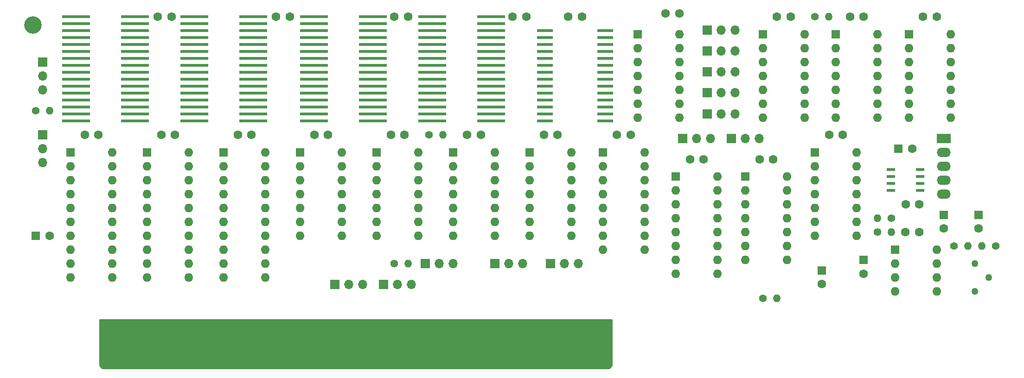
<source format=gbr>
G04 #@! TF.GenerationSoftware,KiCad,Pcbnew,(5.1.8)-1*
G04 #@! TF.CreationDate,2021-03-23T17:38:41+09:00*
G04 #@! TF.ProjectId,EX_MEM_AND_FM,45585f4d-454d-45f4-914e-445f464d2e6b,0.1*
G04 #@! TF.SameCoordinates,PX120bdf8PY82ed558*
G04 #@! TF.FileFunction,Soldermask,Top*
G04 #@! TF.FilePolarity,Negative*
%FSLAX46Y46*%
G04 Gerber Fmt 4.6, Leading zero omitted, Abs format (unit mm)*
G04 Created by KiCad (PCBNEW (5.1.8)-1) date 2021-03-23 17:38:41*
%MOMM*%
%LPD*%
G01*
G04 APERTURE LIST*
%ADD10R,1.700000X1.700000*%
%ADD11O,1.700000X1.700000*%
%ADD12R,1.600000X1.600000*%
%ADD13C,1.600000*%
%ADD14O,1.600000X1.600000*%
%ADD15C,1.400000*%
%ADD16O,1.400000X1.400000*%
%ADD17R,2.540000X1.700000*%
%ADD18O,2.540000X1.700000*%
%ADD19R,1.550000X0.600000*%
%ADD20R,3.000000X0.600000*%
%ADD21C,1.260000*%
%ADD22R,5.080000X0.600000*%
%ADD23C,3.200000*%
%ADD24C,0.254000*%
%ADD25C,0.100000*%
G04 APERTURE END LIST*
D10*
X68707000Y15367000D03*
D11*
X71247000Y15367000D03*
X73787000Y15367000D03*
D12*
X148717000Y17907000D03*
D13*
X148717000Y15407000D03*
D12*
X156337000Y19812000D03*
D13*
X156337000Y17312000D03*
D12*
X170942000Y28067000D03*
D13*
X170942000Y25567000D03*
D12*
X177292000Y28067000D03*
D13*
X177292000Y25567000D03*
D12*
X162052000Y21717000D03*
D14*
X169672000Y14097000D03*
X162052000Y19177000D03*
X169672000Y16637000D03*
X162052000Y16637000D03*
X169672000Y19177000D03*
X162052000Y14097000D03*
X169672000Y21717000D03*
D12*
X162687000Y40132000D03*
D13*
X165187000Y40132000D03*
X163957000Y24892000D03*
X166457000Y24892000D03*
D12*
X95377000Y39497000D03*
D14*
X102997000Y24257000D03*
X95377000Y36957000D03*
X102997000Y26797000D03*
X95377000Y34417000D03*
X102997000Y29337000D03*
X95377000Y31877000D03*
X102997000Y31877000D03*
X95377000Y29337000D03*
X102997000Y34417000D03*
X95377000Y26797000D03*
X102997000Y36957000D03*
X95377000Y24257000D03*
X102997000Y39497000D03*
D15*
X161417000Y27432000D03*
D16*
X158877000Y27432000D03*
D15*
X158877000Y24892000D03*
D16*
X161417000Y24892000D03*
D12*
X134747000Y35052000D03*
D14*
X142367000Y19812000D03*
X134747000Y32512000D03*
X142367000Y22352000D03*
X134747000Y29972000D03*
X142367000Y24892000D03*
X134747000Y27432000D03*
X142367000Y27432000D03*
X134747000Y24892000D03*
X142367000Y29972000D03*
X134747000Y22352000D03*
X142367000Y32512000D03*
X134747000Y19812000D03*
X142367000Y35052000D03*
D15*
X137922000Y12827000D03*
D16*
X140462000Y12827000D03*
D12*
X115062000Y61087000D03*
D14*
X122682000Y45847000D03*
X115062000Y58547000D03*
X122682000Y48387000D03*
X115062000Y56007000D03*
X122682000Y50927000D03*
X115062000Y53467000D03*
X122682000Y53467000D03*
X115062000Y50927000D03*
X122682000Y56007000D03*
X115062000Y48387000D03*
X122682000Y58547000D03*
X115062000Y45847000D03*
X122682000Y61087000D03*
D10*
X127762000Y46482000D03*
D11*
X130302000Y46482000D03*
X132842000Y46482000D03*
D17*
X170942000Y42037000D03*
D18*
X170942000Y39497000D03*
X170942000Y36957000D03*
X170942000Y34417000D03*
X170942000Y31877000D03*
D19*
X161257000Y36322000D03*
X161257000Y35052000D03*
X161257000Y33782000D03*
X161257000Y32512000D03*
X166657000Y32512000D03*
X166657000Y33782000D03*
X166657000Y35052000D03*
X166657000Y36322000D03*
D20*
X98132000Y45212000D03*
X109132000Y45212000D03*
X98132000Y46482000D03*
X109132000Y46482000D03*
X98132000Y47752000D03*
X109132000Y47752000D03*
X98132000Y49022000D03*
X109132000Y49022000D03*
X98132000Y50292000D03*
X109132000Y50292000D03*
X98132000Y51562000D03*
X109132000Y51562000D03*
X98132000Y52832000D03*
X109132000Y52832000D03*
X98132000Y54102000D03*
X109132000Y54102000D03*
X98132000Y55372000D03*
X109132000Y55372000D03*
X98132000Y56642000D03*
X109132000Y56642000D03*
X98132000Y57912000D03*
X109132000Y57912000D03*
X98132000Y59182000D03*
X109132000Y59182000D03*
X98132000Y60452000D03*
X109132000Y60452000D03*
X98132000Y61722000D03*
X109132000Y61722000D03*
D12*
X147447000Y39497000D03*
D14*
X155067000Y24257000D03*
X147447000Y36957000D03*
X155067000Y26797000D03*
X147447000Y34417000D03*
X155067000Y29337000D03*
X147447000Y31877000D03*
X155067000Y31877000D03*
X147447000Y29337000D03*
X155067000Y34417000D03*
X147447000Y26797000D03*
X155067000Y36957000D03*
X147447000Y24257000D03*
X155067000Y39497000D03*
D12*
X151257000Y61087000D03*
D14*
X158877000Y45847000D03*
X151257000Y58547000D03*
X158877000Y48387000D03*
X151257000Y56007000D03*
X158877000Y50927000D03*
X151257000Y53467000D03*
X158877000Y53467000D03*
X151257000Y50927000D03*
X158877000Y56007000D03*
X151257000Y48387000D03*
X158877000Y58547000D03*
X151257000Y45847000D03*
X158877000Y61087000D03*
D12*
X164592000Y61087000D03*
D14*
X172212000Y45847000D03*
X164592000Y58547000D03*
X172212000Y48387000D03*
X164592000Y56007000D03*
X172212000Y50927000D03*
X164592000Y53467000D03*
X172212000Y53467000D03*
X164592000Y50927000D03*
X172212000Y56007000D03*
X164592000Y48387000D03*
X172212000Y58547000D03*
X164592000Y45847000D03*
X172212000Y61087000D03*
D12*
X137922000Y61087000D03*
D14*
X145542000Y45847000D03*
X137922000Y58547000D03*
X145542000Y48387000D03*
X137922000Y56007000D03*
X145542000Y50927000D03*
X137922000Y53467000D03*
X145542000Y53467000D03*
X137922000Y50927000D03*
X145542000Y56007000D03*
X137922000Y48387000D03*
X145542000Y58547000D03*
X137922000Y45847000D03*
X145542000Y61087000D03*
D12*
X122047000Y35052000D03*
D14*
X129667000Y17272000D03*
X122047000Y32512000D03*
X129667000Y19812000D03*
X122047000Y29972000D03*
X129667000Y22352000D03*
X122047000Y27432000D03*
X129667000Y24892000D03*
X122047000Y24892000D03*
X129667000Y27432000D03*
X122047000Y22352000D03*
X129667000Y29972000D03*
X122047000Y19812000D03*
X129667000Y32512000D03*
X122047000Y17272000D03*
X129667000Y35052000D03*
D21*
X176657000Y14097000D03*
X179197000Y16637000D03*
X176657000Y19177000D03*
D15*
X147447000Y64262000D03*
D16*
X149987000Y64262000D03*
D15*
X172847000Y22352000D03*
D16*
X175387000Y22352000D03*
D15*
X180467000Y22352000D03*
D16*
X177927000Y22352000D03*
D10*
X59817000Y15367000D03*
D11*
X62357000Y15367000D03*
X64897000Y15367000D03*
D10*
X132207000Y42037000D03*
D11*
X134747000Y42037000D03*
X137287000Y42037000D03*
D10*
X123317000Y42037000D03*
D11*
X125857000Y42037000D03*
X128397000Y42037000D03*
D10*
X127762000Y61849000D03*
D11*
X130302000Y61849000D03*
X132842000Y61849000D03*
D10*
X127762000Y58039000D03*
D11*
X130302000Y58039000D03*
X132842000Y58039000D03*
D10*
X127762000Y54229000D03*
D11*
X130302000Y54229000D03*
X132842000Y54229000D03*
D10*
X127762000Y50419000D03*
D11*
X130302000Y50419000D03*
X132842000Y50419000D03*
D13*
X166497000Y29972000D03*
X163997000Y29972000D03*
X104902000Y64262000D03*
X102402000Y64262000D03*
X122642000Y64897000D03*
X120142000Y64897000D03*
X139827000Y38227000D03*
X137327000Y38227000D03*
X152527000Y42672000D03*
X150027000Y42672000D03*
X156337000Y64262000D03*
X153837000Y64262000D03*
X169672000Y64262000D03*
X167172000Y64262000D03*
X143002000Y64262000D03*
X140502000Y64262000D03*
X127127000Y38227000D03*
X124627000Y38227000D03*
D12*
X108712000Y39497000D03*
D14*
X116332000Y21717000D03*
X108712000Y36957000D03*
X116332000Y24257000D03*
X108712000Y34417000D03*
X116332000Y26797000D03*
X108712000Y31877000D03*
X116332000Y29337000D03*
X108712000Y29337000D03*
X116332000Y31877000D03*
X108712000Y26797000D03*
X116332000Y34417000D03*
X108712000Y24257000D03*
X116332000Y36957000D03*
X108712000Y21717000D03*
X116332000Y39497000D03*
D12*
X81407000Y39497000D03*
D14*
X89027000Y24257000D03*
X81407000Y36957000D03*
X89027000Y26797000D03*
X81407000Y34417000D03*
X89027000Y29337000D03*
X81407000Y31877000D03*
X89027000Y31877000D03*
X81407000Y29337000D03*
X89027000Y34417000D03*
X81407000Y26797000D03*
X89027000Y36957000D03*
X81407000Y24257000D03*
X89027000Y39497000D03*
D12*
X67437000Y39497000D03*
D14*
X75057000Y24257000D03*
X67437000Y36957000D03*
X75057000Y26797000D03*
X67437000Y34417000D03*
X75057000Y29337000D03*
X67437000Y31877000D03*
X75057000Y31877000D03*
X67437000Y29337000D03*
X75057000Y34417000D03*
X67437000Y26797000D03*
X75057000Y36957000D03*
X67437000Y24257000D03*
X75057000Y39497000D03*
D12*
X53467000Y39497000D03*
D14*
X61087000Y24257000D03*
X53467000Y36957000D03*
X61087000Y26797000D03*
X53467000Y34417000D03*
X61087000Y29337000D03*
X53467000Y31877000D03*
X61087000Y31877000D03*
X53467000Y29337000D03*
X61087000Y34417000D03*
X53467000Y26797000D03*
X61087000Y36957000D03*
X53467000Y24257000D03*
X61087000Y39497000D03*
D12*
X39497000Y39497000D03*
D14*
X47117000Y16637000D03*
X39497000Y36957000D03*
X47117000Y19177000D03*
X39497000Y34417000D03*
X47117000Y21717000D03*
X39497000Y31877000D03*
X47117000Y24257000D03*
X39497000Y29337000D03*
X47117000Y26797000D03*
X39497000Y26797000D03*
X47117000Y29337000D03*
X39497000Y24257000D03*
X47117000Y31877000D03*
X39497000Y21717000D03*
X47117000Y34417000D03*
X39497000Y19177000D03*
X47117000Y36957000D03*
X39497000Y16637000D03*
X47117000Y39497000D03*
D12*
X25527000Y39497000D03*
D14*
X33147000Y16637000D03*
X25527000Y36957000D03*
X33147000Y19177000D03*
X25527000Y34417000D03*
X33147000Y21717000D03*
X25527000Y31877000D03*
X33147000Y24257000D03*
X25527000Y29337000D03*
X33147000Y26797000D03*
X25527000Y26797000D03*
X33147000Y29337000D03*
X25527000Y24257000D03*
X33147000Y31877000D03*
X25527000Y21717000D03*
X33147000Y34417000D03*
X25527000Y19177000D03*
X33147000Y36957000D03*
X25527000Y16637000D03*
X33147000Y39497000D03*
D12*
X11557000Y39497000D03*
D14*
X19177000Y16637000D03*
X11557000Y36957000D03*
X19177000Y19177000D03*
X11557000Y34417000D03*
X19177000Y21717000D03*
X11557000Y31877000D03*
X19177000Y24257000D03*
X11557000Y29337000D03*
X19177000Y26797000D03*
X11557000Y26797000D03*
X19177000Y29337000D03*
X11557000Y24257000D03*
X19177000Y31877000D03*
X11557000Y21717000D03*
X19177000Y34417000D03*
X11557000Y19177000D03*
X19177000Y36957000D03*
X11557000Y16637000D03*
X19177000Y39497000D03*
D22*
X77597000Y45212000D03*
X88287000Y45212000D03*
X77597000Y46482000D03*
X88287000Y46482000D03*
X77597000Y47752000D03*
X88287000Y47752000D03*
X77597000Y49022000D03*
X88287000Y49022000D03*
X77597000Y50292000D03*
X88287000Y50292000D03*
X77597000Y51562000D03*
X88287000Y51562000D03*
X77597000Y52832000D03*
X88287000Y52832000D03*
X77597000Y54102000D03*
X88287000Y54102000D03*
X77597000Y55372000D03*
X88287000Y55372000D03*
X77597000Y56642000D03*
X88287000Y56642000D03*
X77597000Y57912000D03*
X88287000Y57912000D03*
X77597000Y59182000D03*
X88287000Y59182000D03*
X77597000Y60452000D03*
X88287000Y60452000D03*
X77597000Y61722000D03*
X88287000Y61722000D03*
X77597000Y62992000D03*
X88287000Y62992000D03*
X77597000Y64262000D03*
X88287000Y64262000D03*
X56007000Y45212000D03*
X66697000Y45212000D03*
X56007000Y46482000D03*
X66697000Y46482000D03*
X56007000Y47752000D03*
X66697000Y47752000D03*
X56007000Y49022000D03*
X66697000Y49022000D03*
X56007000Y50292000D03*
X66697000Y50292000D03*
X56007000Y51562000D03*
X66697000Y51562000D03*
X56007000Y52832000D03*
X66697000Y52832000D03*
X56007000Y54102000D03*
X66697000Y54102000D03*
X56007000Y55372000D03*
X66697000Y55372000D03*
X56007000Y56642000D03*
X66697000Y56642000D03*
X56007000Y57912000D03*
X66697000Y57912000D03*
X56007000Y59182000D03*
X66697000Y59182000D03*
X56007000Y60452000D03*
X66697000Y60452000D03*
X56007000Y61722000D03*
X66697000Y61722000D03*
X56007000Y62992000D03*
X66697000Y62992000D03*
X56007000Y64262000D03*
X66697000Y64262000D03*
X34152000Y45212000D03*
X44842000Y45212000D03*
X34152000Y46482000D03*
X44842000Y46482000D03*
X34152000Y47752000D03*
X44842000Y47752000D03*
X34152000Y49022000D03*
X44842000Y49022000D03*
X34152000Y50292000D03*
X44842000Y50292000D03*
X34152000Y51562000D03*
X44842000Y51562000D03*
X34152000Y52832000D03*
X44842000Y52832000D03*
X34152000Y54102000D03*
X44842000Y54102000D03*
X34152000Y55372000D03*
X44842000Y55372000D03*
X34152000Y56642000D03*
X44842000Y56642000D03*
X34152000Y57912000D03*
X44842000Y57912000D03*
X34152000Y59182000D03*
X44842000Y59182000D03*
X34152000Y60452000D03*
X44842000Y60452000D03*
X34152000Y61722000D03*
X44842000Y61722000D03*
X34152000Y62992000D03*
X44842000Y62992000D03*
X34152000Y64262000D03*
X44842000Y64262000D03*
X12562000Y45212000D03*
X23252000Y45212000D03*
X12562000Y46482000D03*
X23252000Y46482000D03*
X12562000Y47752000D03*
X23252000Y47752000D03*
X12562000Y49022000D03*
X23252000Y49022000D03*
X12562000Y50292000D03*
X23252000Y50292000D03*
X12562000Y51562000D03*
X23252000Y51562000D03*
X12562000Y52832000D03*
X23252000Y52832000D03*
X12562000Y54102000D03*
X23252000Y54102000D03*
X12562000Y55372000D03*
X23252000Y55372000D03*
X12562000Y56642000D03*
X23252000Y56642000D03*
X12562000Y57912000D03*
X23252000Y57912000D03*
X12562000Y59182000D03*
X23252000Y59182000D03*
X12562000Y60452000D03*
X23252000Y60452000D03*
X12562000Y61722000D03*
X23252000Y61722000D03*
X12562000Y62992000D03*
X23252000Y62992000D03*
X12562000Y64262000D03*
X23252000Y64262000D03*
D15*
X70612000Y19177000D03*
D16*
X73152000Y19177000D03*
D15*
X76962000Y42672000D03*
D16*
X79502000Y42672000D03*
D15*
X5207000Y47117000D03*
D16*
X7747000Y47117000D03*
D10*
X99187000Y19177000D03*
D11*
X101727000Y19177000D03*
X104267000Y19177000D03*
D10*
X89027000Y19177000D03*
D11*
X91567000Y19177000D03*
X94107000Y19177000D03*
D10*
X76327000Y19177000D03*
D11*
X78867000Y19177000D03*
X81407000Y19177000D03*
D10*
X6477000Y42672000D03*
D11*
X6477000Y40132000D03*
X6477000Y37592000D03*
D10*
X6477000Y56007000D03*
D11*
X6477000Y53467000D03*
X6477000Y50927000D03*
D13*
X92202000Y64262000D03*
X94702000Y64262000D03*
X70612000Y64262000D03*
X73112000Y64262000D03*
X49022000Y64262000D03*
X51522000Y64262000D03*
X27432000Y64262000D03*
X29932000Y64262000D03*
X86447000Y42672000D03*
X83947000Y42672000D03*
X113792000Y42672000D03*
X111292000Y42672000D03*
X100457000Y42672000D03*
X97957000Y42672000D03*
X72517000Y42672000D03*
X70017000Y42672000D03*
X58547000Y42672000D03*
X56047000Y42672000D03*
X44577000Y42672000D03*
X42077000Y42672000D03*
X30607000Y42672000D03*
X28107000Y42672000D03*
X16637000Y42672000D03*
X14137000Y42672000D03*
D12*
X5207000Y24257000D03*
D13*
X7707000Y24257000D03*
D23*
X4699000Y62738000D03*
D24*
X110363000Y508000D02*
X109855000Y0D01*
X17399000Y0D01*
X16891000Y508000D01*
X16891000Y8890000D01*
X110363000Y8890000D01*
X110363000Y508000D01*
D25*
G36*
X110363000Y508000D02*
G01*
X109855000Y0D01*
X17399000Y0D01*
X16891000Y508000D01*
X16891000Y8890000D01*
X110363000Y8890000D01*
X110363000Y508000D01*
G37*
M02*

</source>
